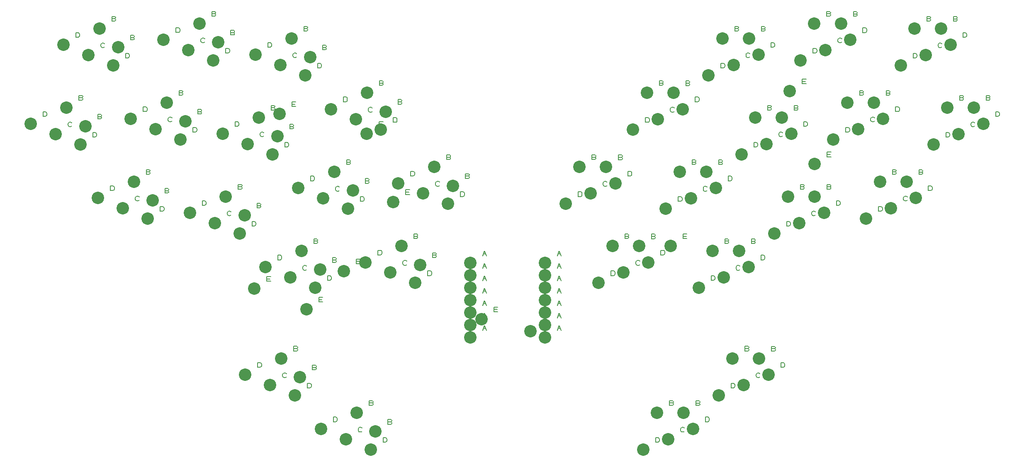
<source format=gbr>
G04 EasyPC Gerber Version 19.0.3 Build 3928 *
G04 #@! TF.Part,Single*
%FSLAX35Y35*%
%MOIN*%
%ADD10C,0.00500*%
G04 #@! TA.AperFunction,ComponentPad*
%ADD24C,0.10000*%
X0Y0D02*
D02*
D10*
X33017Y304960D02*
Y308710D01*
X34893*
X35517Y308398*
X35830Y308085*
X36143Y307460*
Y306210*
X35830Y305585*
X35517Y305273*
X34893Y304960*
X33017*
X56148Y297299D02*
X55835Y296986D01*
X55210Y296674*
X54272*
X53648Y296986*
X53335Y297299*
X53022Y297924*
Y299174*
X53335Y299799*
X53648Y300111*
X54272Y300424*
X55210*
X55835Y300111*
X56148Y299799*
X59383Y368617D02*
Y372367D01*
X61259*
X61883Y372055*
X62196Y371743*
X62509Y371117*
Y369867*
X62196Y369243*
X61883Y368930*
X61259Y368617*
X59383*
X64099Y320009D02*
X64724Y319696D01*
X65037Y319072*
X64724Y318446*
X64099Y318134*
X61911*
Y321884*
X64099*
X64724Y321572*
X65037Y320946*
X64724Y320322*
X64099Y320009*
X61911*
X73028Y288387D02*
Y292137D01*
X74903*
X75528Y291825*
X75840Y291512*
X76153Y290887*
Y289637*
X75840Y289012*
X75528Y288700*
X74903Y288387*
X73028*
X79122Y304837D02*
X79747Y304525D01*
X80059Y303900*
X79747Y303275*
X79122Y302962*
X76934*
Y306712*
X79122*
X79747Y306400*
X80059Y305775*
X79747Y305150*
X79122Y304837*
X76934*
X82514Y360956D02*
X82201Y360643D01*
X81576Y360331*
X80639*
X80014Y360643*
X79701Y360956*
X79389Y361581*
Y362831*
X79701Y363456*
X80014Y363769*
X80639Y364081*
X81576*
X82201Y363769*
X82514Y363456*
X87126Y245264D02*
Y249014D01*
X89002*
X89626Y248702*
X89939Y248389*
X90252Y247764*
Y246514*
X89939Y245889*
X89626Y245577*
X89002Y245264*
X87126*
X90465Y383666D02*
X91090Y383354D01*
X91403Y382729*
X91090Y382104*
X90465Y381791*
X88278*
Y385541*
X90465*
X91090Y385229*
X91403Y384604*
X91090Y383979*
X90465Y383666*
X88278*
X99394Y352044D02*
Y355794D01*
X101269*
X101894Y355482*
X102206Y355169*
X102519Y354544*
Y353294*
X102206Y352669*
X101894Y352357*
X101269Y352044*
X99394*
X105488Y368494D02*
X106113Y368182D01*
X106426Y367557*
X106113Y366932*
X105488Y366619*
X103300*
Y370369*
X105488*
X106113Y370057*
X106426Y369432*
X106113Y368807*
X105488Y368494*
X103300*
X110257Y237603D02*
X109944Y237290D01*
X109319Y236978*
X108381*
X107757Y237290*
X107444Y237603*
X107131Y238228*
Y239478*
X107444Y240103*
X107757Y240415*
X108381Y240728*
X109319*
X109944Y240415*
X110257Y240103*
X113491Y308915D02*
Y312665D01*
X115366*
X115991Y312353*
X116304Y312041*
X116616Y311415*
Y310165*
X116304Y309541*
X115991Y309228*
X115366Y308915*
X113491*
X118208Y260313D02*
X118833Y260000D01*
X119146Y259376*
X118833Y258750*
X118208Y258438*
X116020*
Y262188*
X118208*
X118833Y261876*
X119146Y261250*
X118833Y260626*
X118208Y260313*
X116020*
X127137Y228691D02*
Y232441D01*
X129012*
X129637Y232129*
X129949Y231816*
X130262Y231191*
Y229941*
X129949Y229316*
X129637Y229004*
X129012Y228691*
X127137*
X133231Y245141D02*
X133856Y244829D01*
X134169Y244204*
X133856Y243579*
X133231Y243266*
X131043*
Y247016*
X133231*
X133856Y246704*
X134169Y246079*
X133856Y245454*
X133231Y245141*
X131043*
X136621Y301254D02*
X136309Y300941D01*
X135683Y300629*
X134746*
X134121Y300941*
X133809Y301254*
X133496Y301879*
Y303129*
X133809Y303754*
X134121Y304067*
X134746Y304379*
X135683*
X136309Y304067*
X136621Y303754*
X139859Y372570D02*
Y376320D01*
X141734*
X142359Y376008*
X142672Y375695*
X142984Y375070*
Y373820*
X142672Y373195*
X142359Y372883*
X141734Y372570*
X139859*
X144572Y323964D02*
X145198Y323652D01*
X145510Y323027*
X145198Y322402*
X144572Y322089*
X142385*
Y325839*
X144572*
X145198Y325527*
X145510Y324902*
X145198Y324277*
X144572Y323964*
X142385*
X153501Y292342D02*
Y296092D01*
X155376*
X156001Y295780*
X156314Y295467*
X156626Y294842*
Y293592*
X156314Y292967*
X156001Y292655*
X155376Y292342*
X153501*
X159595Y308793D02*
X160220Y308480D01*
X160533Y307855*
X160220Y307230*
X159595Y306917*
X157408*
Y310667*
X159595*
X160220Y310355*
X160533Y309730*
X160220Y309105*
X159595Y308793*
X157408*
X162989Y364909D02*
X162677Y364596D01*
X162052Y364283*
X161114*
X160489Y364596*
X160177Y364909*
X159864Y365533*
Y366783*
X160177Y367409*
X160489Y367721*
X161114Y368033*
X162052*
X162677Y367721*
X162989Y367409*
X161007Y233306D02*
Y237056D01*
X162882*
X163507Y236744*
X163820Y236431*
X164132Y235806*
Y234556*
X163820Y233931*
X163507Y233619*
X162882Y233306*
X161007*
X170941Y387619D02*
X171566Y387306D01*
X171878Y386681*
X171566Y386056*
X170941Y385744*
X168753*
Y389494*
X170941*
X171566Y389181*
X171878Y388556*
X171566Y387931*
X170941Y387619*
X168753*
X179869Y355997D02*
Y359747D01*
X181744*
X182369Y359435*
X182682Y359122*
X182994Y358497*
Y357247*
X182682Y356622*
X182369Y356309*
X181744Y355997*
X179869*
X184137Y225644D02*
X183825Y225332D01*
X183200Y225019*
X182262*
X181637Y225332*
X181325Y225644*
X181012Y226269*
Y227519*
X181325Y228144*
X181637Y228457*
X182262Y228769*
X183200*
X183825Y228457*
X184137Y228144*
X185963Y372447D02*
X186589Y372135D01*
X186901Y371510*
X186589Y370885*
X185963Y370572*
X183776*
Y374322*
X185963*
X186589Y374010*
X186901Y373385*
X186589Y372760*
X185963Y372447*
X183776*
X187372Y296954D02*
Y300704D01*
X189248*
X189872Y300392*
X190185Y300079*
X190498Y299454*
Y298204*
X190185Y297579*
X189872Y297267*
X189248Y296954*
X187372*
X192089Y248355D02*
X192714Y248042D01*
X193026Y247417*
X192714Y246792*
X192089Y246480*
X189901*
Y250230*
X192089*
X192714Y249917*
X193026Y249292*
X192714Y248667*
X192089Y248355*
X189901*
X201017Y216733D02*
Y220483D01*
X202893*
X203517Y220170*
X203830Y219858*
X204143Y219233*
Y217983*
X203830Y217358*
X203517Y217045*
X202893Y216733*
X201017*
X207111Y233183D02*
X207737Y232870D01*
X208049Y232246*
X207737Y231620*
X207111Y231308*
X204924*
Y235058*
X207111*
X207737Y234746*
X208049Y234120*
X207737Y233496*
X207111Y233183*
X204924*
X205570Y102981D02*
Y106731D01*
X207446*
X208070Y106419*
X208383Y106106*
X208696Y105481*
Y104231*
X208383Y103606*
X208070Y103293*
X207446Y102981*
X205570*
X210503Y289293D02*
X210190Y288980D01*
X209565Y288667*
X208628*
X208003Y288980*
X207690Y289293*
X207378Y289917*
Y291167*
X207690Y291793*
X208003Y292105*
X208628Y292417*
X209565*
X210190Y292105*
X210503Y291793*
X212845Y172275D02*
Y176025D01*
X215970*
X215345Y174150D02*
X212845D01*
Y172275D02*
X215970D01*
X213740Y360611D02*
Y364361D01*
X215615*
X216240Y364048*
X216553Y363736*
X216865Y363111*
Y361861*
X216553Y361236*
X216240Y360923*
X215615Y360611*
X213740*
X218454Y312003D02*
X219079Y311690D01*
X219392Y311065*
X219079Y310440*
X218454Y310128*
X216267*
Y313878*
X218454*
X219079Y313565*
X219392Y312940*
X219079Y312315*
X218454Y312003*
X216267*
X221710Y189520D02*
Y193270D01*
X223585*
X224210Y192957*
X224522Y192645*
X224835Y192020*
Y190770*
X224522Y190145*
X224210Y189832*
X223585Y189520*
X221710*
X228701Y95319D02*
X228388Y95007D01*
X227763Y94694*
X226826*
X226201Y95007*
X225888Y95319*
X225576Y95944*
Y97194*
X225888Y97819*
X226201Y98132*
X226826Y98444*
X227763*
X228388Y98132*
X228701Y97819*
X227383Y280381D02*
Y284131D01*
X229258*
X229883Y283819*
X230195Y283506*
X230508Y282881*
Y281631*
X230195Y281006*
X229883Y280693*
X229258Y280381*
X227383*
X233477Y296831D02*
X234102Y296519D01*
X234415Y295894*
X234102Y295269*
X233477Y294956*
X231289*
Y298706*
X233477*
X234102Y298394*
X234415Y297769*
X234102Y297144*
X233477Y296831*
X231289*
X232964Y312909D02*
Y316659D01*
X236089*
X235464Y314785D02*
X232964D01*
Y312909D02*
X236089D01*
X236870Y352949D02*
X236558Y352637D01*
X235933Y352324*
X234995*
X234370Y352637*
X234058Y352949*
X233745Y353574*
Y354824*
X234058Y355449*
X234370Y355762*
X234995Y356074*
X235933*
X236558Y355762*
X236870Y355449*
X236652Y118030D02*
X237277Y117717D01*
X237590Y117092*
X237277Y116467*
X236652Y116154*
X234465*
Y119904*
X236652*
X237277Y119592*
X237590Y118967*
X237277Y118342*
X236652Y118030*
X234465*
X244840Y181858D02*
X244528Y181546D01*
X243902Y181233*
X242965*
X242340Y181546*
X242028Y181858*
X241715Y182483*
Y183733*
X242028Y184358*
X242340Y184671*
X242965Y184983*
X243902*
X244528Y184671*
X244840Y184358*
X244822Y375659D02*
X245447Y375347D01*
X245759Y374722*
X245447Y374097*
X244822Y373784*
X242634*
Y377534*
X244822*
X245447Y377222*
X245759Y376597*
X245447Y375972*
X244822Y375659*
X242634*
X245581Y86407D02*
Y90157D01*
X247456*
X248081Y89845*
X248393Y89533*
X248706Y88907*
Y87657*
X248393Y87033*
X248081Y86720*
X247456Y86407*
X245581*
X248074Y253172D02*
Y256922D01*
X249949*
X250574Y256609*
X250886Y256297*
X251199Y255672*
Y254422*
X250886Y253797*
X250574Y253484*
X249949Y253172*
X248074*
X251675Y102858D02*
X252300Y102545D01*
X252613Y101920*
X252300Y101295*
X251675Y100983*
X249487*
Y104733*
X251675*
X252300Y104420*
X252613Y103795*
X252300Y103170*
X251675Y102858*
X249487*
X252791Y204569D02*
X253417Y204256D01*
X253729Y203631*
X253417Y203006*
X252791Y202693*
X250604*
Y206443*
X252791*
X253417Y206131*
X253729Y205506*
X253417Y204881*
X252791Y204569*
X250604*
X253750Y344037D02*
Y347787D01*
X255626*
X256250Y347475*
X256563Y347163*
X256876Y346537*
Y345287*
X256563Y344663*
X256250Y344350*
X255626Y344037*
X253750*
X254685Y155642D02*
Y159392D01*
X257810*
X257185Y157517D02*
X254685D01*
Y155642D02*
X257810D01*
X259844Y360488D02*
X260470Y360175D01*
X260782Y359550*
X260470Y358925*
X259844Y358613*
X257657*
Y362363*
X259844*
X260470Y362050*
X260782Y361425*
X260470Y360800*
X259844Y360488*
X257657*
X261720Y172946D02*
Y176696D01*
X263595*
X264220Y176384*
X264533Y176072*
X264845Y175446*
Y174196*
X264533Y173572*
X264220Y173259*
X263595Y172946*
X261720*
X267814Y189397D02*
X268439Y189084D01*
X268752Y188459*
X268439Y187834*
X267814Y187522*
X265627*
Y191272*
X267814*
X268439Y190959*
X268752Y190334*
X268439Y189709*
X267814Y189397*
X265627*
X266265Y59198D02*
Y62948D01*
X268140*
X268765Y62635*
X269078Y62323*
X269390Y61698*
Y60448*
X269078Y59823*
X268765Y59510*
X268140Y59198*
X266265*
X271204Y245510D02*
X270891Y245198D01*
X270266Y244885*
X269329*
X268704Y245198*
X268391Y245510*
X268079Y246135*
Y247385*
X268391Y248010*
X268704Y248323*
X269329Y248635*
X270266*
X270891Y248323*
X271204Y248010*
X274439Y316822D02*
Y320572D01*
X276314*
X276939Y320260*
X277251Y319947*
X277564Y319322*
Y318072*
X277251Y317447*
X276939Y317135*
X276314Y316822*
X274439*
X279155Y268220D02*
X279780Y267908D01*
X280093Y267283*
X279780Y266658*
X279155Y266345*
X276968*
Y270095*
X279155*
X279780Y269783*
X280093Y269158*
X279780Y268533*
X279155Y268220*
X276968*
X284852Y186371D02*
Y190121D01*
X287977*
X287352Y188246D02*
X284852D01*
Y186371D02*
X287977D01*
X289395Y51536D02*
X289083Y51224D01*
X288457Y50911*
X287520*
X286895Y51224*
X286583Y51536*
X286270Y52161*
Y53411*
X286583Y54036*
X286895Y54349*
X287520Y54661*
X288457*
X289083Y54349*
X289395Y54036*
X288084Y236598D02*
Y240348D01*
X289959*
X290584Y240036*
X290896Y239724*
X291209Y239098*
Y237848*
X290896Y237224*
X290584Y236911*
X289959Y236598*
X288084*
X294178Y253049D02*
X294803Y252736D01*
X295116Y252111*
X294803Y251486*
X294178Y251174*
X291991*
Y254924*
X294178*
X294803Y254611*
X295116Y253986*
X294803Y253361*
X294178Y253049*
X291991*
X297569Y309161D02*
X297256Y308848D01*
X296631Y308535*
X295694*
X295069Y308848*
X294756Y309161*
X294444Y309785*
Y311035*
X294756Y311661*
X295069Y311973*
X295694Y312285*
X296631*
X297256Y311973*
X297569Y311661*
X297346Y74246D02*
X297972Y73934D01*
X298284Y73309*
X297972Y72684*
X297346Y72371*
X295159*
Y76121*
X297346*
X297972Y75809*
X298284Y75184*
X297972Y74559*
X297346Y74246*
X295159*
X302176Y193469D02*
Y197219D01*
X304051*
X304676Y196907*
X304989Y196594*
X305301Y195969*
Y194719*
X304989Y194094*
X304676Y193782*
X304051Y193469*
X302176*
X303180Y296955D02*
Y300705D01*
X306305*
X305680Y298830D02*
X303180D01*
Y296955D02*
X306305D01*
X305520Y331871D02*
X306145Y331558D01*
X306458Y330933*
X306145Y330308*
X305520Y329996*
X303333*
Y333746*
X305520*
X306145Y333433*
X306458Y332808*
X306145Y332183*
X305520Y331871*
X303333*
X306275Y42624D02*
Y46374D01*
X308150*
X308775Y46062*
X309088Y45750*
X309400Y45124*
Y43874*
X309088Y43250*
X308775Y42937*
X308150Y42624*
X306275*
X312369Y59075D02*
X312994Y58762D01*
X313307Y58137*
X312994Y57512*
X312369Y57200*
X310182*
Y60950*
X312369*
X312994Y60637*
X313307Y60012*
X312994Y59387*
X312369Y59075*
X310182*
X314449Y300249D02*
Y303999D01*
X316324*
X316949Y303687*
X317261Y303374*
X317574Y302749*
Y301499*
X317261Y300874*
X316949Y300561*
X316324Y300249*
X314449*
X320543Y316699D02*
X321168Y316387D01*
X321481Y315762*
X321168Y315137*
X320543Y314824*
X318356*
Y318574*
X320543*
X321168Y318262*
X321481Y317637*
X321168Y317012*
X320543Y316699*
X318356*
X325306Y185808D02*
X324994Y185495D01*
X324369Y185183*
X323431*
X322806Y185495*
X322494Y185808*
X322181Y186433*
Y187683*
X322494Y188308*
X322806Y188620*
X323431Y188933*
X324369*
X324994Y188620*
X325306Y188308*
X324547Y242159D02*
Y245909D01*
X327672*
X327047Y244034D02*
X324547D01*
Y242159D02*
X327672D01*
X328546Y257125D02*
Y260875D01*
X330422*
X331046Y260563*
X331359Y260250*
X331672Y259625*
Y258375*
X331359Y257750*
X331046Y257437*
X330422Y257125*
X328546*
X333257Y208518D02*
X333883Y208206D01*
X334195Y207581*
X333883Y206956*
X333257Y206643*
X331070*
Y210393*
X333257*
X333883Y210081*
X334195Y209456*
X333883Y208831*
X333257Y208518*
X331070*
X342186Y176896D02*
Y180646D01*
X344061*
X344686Y180334*
X344999Y180021*
X345311Y179396*
Y178146*
X344999Y177521*
X344686Y177209*
X344061Y176896*
X342186*
X348280Y193346D02*
X348906Y193034D01*
X349218Y192409*
X348906Y191784*
X348280Y191471*
X346093*
Y195221*
X348280*
X348906Y194909*
X349218Y194284*
X348906Y193659*
X348280Y193346*
X346093*
X351677Y249463D02*
X351364Y249151D01*
X350739Y248838*
X349802*
X349177Y249151*
X348864Y249463*
X348552Y250088*
Y251338*
X348864Y251963*
X349177Y252276*
X349802Y252588*
X350739*
X351364Y252276*
X351677Y251963*
X359628Y272174D02*
X360253Y271861D01*
X360566Y271236*
X360253Y270611*
X359628Y270298*
X357441*
Y274048*
X359628*
X360253Y273736*
X360566Y273111*
X360253Y272486*
X359628Y272174*
X357441*
X368557Y240552D02*
Y244302D01*
X370432*
X371057Y243989*
X371369Y243677*
X371682Y243052*
Y241802*
X371369Y241177*
X371057Y240864*
X370432Y240552*
X368557*
X374651Y257002D02*
X375276Y256689D01*
X375589Y256065*
X375276Y255439*
X374651Y255127*
X372463*
Y258877*
X374651*
X375276Y258565*
X375589Y257939*
X375276Y257315*
X374651Y257002*
X372463*
X386251Y132856D02*
X387814Y136606D01*
X389376Y132856*
X386876Y134418D02*
X388751D01*
X386251Y142856D02*
X387814Y146606D01*
X389376Y142856*
X386876Y144418D02*
X388751D01*
X386251Y152856D02*
X387814Y156606D01*
X389376Y152856*
X386876Y154418D02*
X388751D01*
X386251Y162856D02*
X387814Y166606D01*
X389376Y162856*
X386876Y164418D02*
X388751D01*
X386251Y172856D02*
X387814Y176606D01*
X389376Y172856*
X386876Y174418D02*
X388751D01*
X386251Y182856D02*
X387814Y186606D01*
X389376Y182856*
X386876Y184418D02*
X388751D01*
X386251Y192856D02*
X387814Y196606D01*
X389376Y192856*
X386876Y194418D02*
X388751D01*
X395433Y147768D02*
Y151518D01*
X398558*
X397933Y149643D02*
X395433D01*
Y147768D02*
X398558D01*
X434803Y137933D02*
Y141683D01*
X437928*
X437303Y139808D02*
X434803D01*
Y137933D02*
X437928D01*
X446251Y132856D02*
X447814Y136606D01*
X449376Y132856*
X446876Y134418D02*
X448751D01*
X446251Y142856D02*
X447814Y146606D01*
X449376Y142856*
X446876Y144418D02*
X448751D01*
X446251Y152856D02*
X447814Y156606D01*
X449376Y152856*
X446876Y154418D02*
X448751D01*
X446251Y162856D02*
X447814Y166606D01*
X449376Y162856*
X446876Y164418D02*
X448751D01*
X446251Y172856D02*
X447814Y176606D01*
X449376Y172856*
X446876Y174418D02*
X448751D01*
X446251Y182856D02*
X447814Y186606D01*
X449376Y182856*
X446876Y184418D02*
X448751D01*
X446251Y192856D02*
X447814Y196606D01*
X449376Y192856*
X446876Y194418D02*
X448751D01*
X463106Y240551D02*
Y244301D01*
X464981*
X465606Y243989*
X465919Y243676*
X466231Y243051*
Y241801*
X465919Y241176*
X465606Y240864*
X464981Y240551*
X463106*
X476409Y272173D02*
X477035Y271861D01*
X477347Y271236*
X477035Y270611*
X476409Y270298*
X474222*
Y274048*
X476409*
X477035Y273736*
X477347Y273111*
X477035Y272486*
X476409Y272173*
X474222*
X486236Y249463D02*
X485924Y249150D01*
X485298Y248838*
X484361*
X483736Y249150*
X483424Y249463*
X483111Y250088*
Y251338*
X483424Y251963*
X483736Y252276*
X484361Y252588*
X485298*
X485924Y252276*
X486236Y251963*
X489473Y176899D02*
Y180649D01*
X491348*
X491973Y180337*
X492286Y180024*
X492598Y179399*
Y178149*
X492286Y177524*
X491973Y177212*
X491348Y176899*
X489473*
X497760Y272068D02*
X498385Y271756D01*
X498698Y271131*
X498385Y270506*
X497760Y270193*
X495572*
Y273943*
X497760*
X498385Y273631*
X498698Y273006*
X498385Y272381*
X497760Y272068*
X495572*
X502777Y208521D02*
X503402Y208209D01*
X503715Y207584*
X503402Y206959*
X502777Y206646*
X500589*
Y210396*
X502777*
X503402Y210084*
X503715Y209459*
X503402Y208834*
X502777Y208521*
X500589*
X503116Y257124D02*
Y260874D01*
X504991*
X505616Y260562*
X505929Y260250*
X506241Y259624*
Y258374*
X505929Y257750*
X505616Y257437*
X504991Y257124*
X503116*
X512604Y185811D02*
X512291Y185498D01*
X511666Y185186*
X510728*
X510104Y185498*
X509791Y185811*
X509478Y186436*
Y187686*
X509791Y188311*
X510104Y188624*
X510728Y188936*
X511666*
X512291Y188624*
X512604Y188311*
X517214Y300249D02*
Y303999D01*
X519089*
X519714Y303687*
X520026Y303374*
X520339Y302749*
Y301499*
X520026Y300874*
X519714Y300561*
X519089Y300249*
X517214*
X524127Y208416D02*
X524752Y208104D01*
X525065Y207479*
X524752Y206854*
X524127Y206541*
X521940*
Y210291*
X524127*
X524752Y209979*
X525065Y209354*
X524752Y208729*
X524127Y208416*
X521940*
X525380Y42625D02*
Y46375D01*
X527256*
X527880Y46063*
X528193Y45750*
X528506Y45125*
Y43875*
X528193Y43250*
X527880Y42937*
X527256Y42625*
X525380*
X530517Y331871D02*
X531143Y331558D01*
X531455Y330933*
X531143Y330308*
X530517Y329996*
X528330*
Y333746*
X530517*
X531143Y333433*
X531455Y332808*
X531143Y332183*
X530517Y331871*
X528330*
X529483Y193472D02*
Y197222D01*
X531359*
X531983Y196910*
X532296Y196598*
X532609Y195972*
Y194722*
X532296Y194098*
X531983Y193785*
X531359Y193472*
X529483*
X538684Y74247D02*
X539309Y73934D01*
X539622Y73309*
X539309Y72684*
X538684Y72372*
X536496*
Y76122*
X538684*
X539309Y75809*
X539622Y75184*
X539309Y74559*
X538684Y74247*
X536496*
X540344Y309161D02*
X540031Y308848D01*
X539406Y308535*
X538469*
X537844Y308848*
X537531Y309161*
X537219Y309785*
Y311035*
X537531Y311661*
X537844Y311973*
X538469Y312285*
X539406*
X540031Y311973*
X540344Y311661*
X543580Y236603D02*
Y240353D01*
X545455*
X546080Y240041*
X546392Y239728*
X546705Y239103*
Y237853*
X546392Y237228*
X546080Y236915*
X545455Y236603*
X543580*
X548511Y51537D02*
X548198Y51224D01*
X547573Y50911*
X546635*
X546011Y51224*
X545698Y51537*
X545385Y52161*
Y53411*
X545698Y54037*
X546011Y54349*
X546635Y54661*
X547573*
X548198Y54349*
X548511Y54037*
X547439Y206594D02*
Y210344D01*
X550564*
X549939Y208470D02*
X547439D01*
Y206594D02*
X550564D01*
X551868Y331766D02*
X552493Y331453D01*
X552806Y330828*
X552493Y330203*
X551868Y329891*
X549680*
Y333641*
X551868*
X552493Y333328*
X552806Y332703*
X552493Y332078*
X551868Y331766*
X549680*
X556883Y268225D02*
X557508Y267912D01*
X557821Y267287*
X557508Y266662*
X556883Y266350*
X554696*
Y270100*
X556883*
X557508Y269787*
X557821Y269162*
X557508Y268537*
X556883Y268225*
X554696*
X557224Y316822D02*
Y320572D01*
X559099*
X559724Y320260*
X560037Y319947*
X560349Y319322*
Y318072*
X560037Y317447*
X559724Y317135*
X559099Y316822*
X557224*
X560034Y74142D02*
X560659Y73829D01*
X560972Y73204*
X560659Y72579*
X560034Y72267*
X557847*
Y76017*
X560034*
X560659Y75704*
X560972Y75079*
X560659Y74454*
X560034Y74142*
X557847*
X566710Y245515D02*
X566397Y245202D01*
X565772Y244889*
X564835*
X564210Y245202*
X563897Y245515*
X563585Y246139*
Y247389*
X563897Y248015*
X564210Y248327*
X564835Y248639*
X565772*
X566397Y248327*
X566710Y248015*
X565391Y59198D02*
Y62948D01*
X567266*
X567891Y62636*
X568203Y62323*
X568516Y61698*
Y60448*
X568203Y59823*
X567891Y59511*
X567266Y59198*
X565391*
X569942Y172947D02*
Y176697D01*
X571817*
X572442Y176385*
X572754Y176072*
X573067Y175447*
Y174197*
X572754Y173572*
X572442Y173259*
X571817Y172947*
X569942*
X578233Y268120D02*
X578859Y267807D01*
X579171Y267182*
X578859Y266557*
X578233Y266244*
X576046*
Y269994*
X578233*
X578859Y269682*
X579171Y269057*
X578859Y268432*
X578233Y268120*
X576046*
X577913Y344035D02*
Y347785D01*
X579788*
X580413Y347473*
X580725Y347161*
X581038Y346535*
Y345285*
X580725Y344661*
X580413Y344348*
X579788Y344035*
X577913*
X583245Y204569D02*
X583870Y204256D01*
X584183Y203631*
X583870Y203006*
X583245Y202694*
X581058*
Y206444*
X583245*
X583870Y206131*
X584183Y205506*
X583870Y204881*
X583245Y204569*
X581058*
X583590Y253176D02*
Y256926D01*
X585465*
X586090Y256614*
X586402Y256301*
X586715Y255676*
Y254426*
X586402Y253801*
X586090Y253489*
X585465Y253176*
X583590*
X586080Y86410D02*
Y90160D01*
X587955*
X588580Y89848*
X588893Y89535*
X589205Y88910*
Y87660*
X588893Y87035*
X588580Y86722*
X587955Y86410*
X586080*
X591216Y375657D02*
X591841Y375345D01*
X592154Y374720*
X591841Y374095*
X591216Y373782*
X589029*
Y377532*
X591216*
X591841Y377220*
X592154Y376595*
X591841Y375970*
X591216Y375657*
X589029*
X593072Y181859D02*
X592759Y181546D01*
X592134Y181233*
X591197*
X590572Y181546*
X590259Y181859*
X589947Y182483*
Y183733*
X590259Y184359*
X590572Y184671*
X591197Y184983*
X592134*
X592759Y184671*
X593072Y184359*
X599383Y118032D02*
X600009Y117719D01*
X600321Y117094*
X600009Y116469*
X599383Y116157*
X597196*
Y119907*
X599383*
X600009Y119594*
X600321Y118969*
X600009Y118344*
X599383Y118032*
X597196*
X601043Y352947D02*
X600730Y352635D01*
X600105Y352322*
X599168*
X598543Y352635*
X598230Y352947*
X597918Y353572*
Y354822*
X598230Y355447*
X598543Y355760*
X599168Y356072*
X600105*
X600730Y355760*
X601043Y355447*
X604596Y204464D02*
X605221Y204151D01*
X605533Y203526*
X605221Y202901*
X604596Y202589*
X602408*
Y206339*
X604596*
X605221Y206026*
X605533Y205401*
X605221Y204776*
X604596Y204464*
X602408*
X604276Y280381D02*
Y284131D01*
X606151*
X606776Y283819*
X607088Y283507*
X607401Y282881*
Y281631*
X607088Y281007*
X606776Y280694*
X606151Y280381*
X604276*
X609210Y95322D02*
X608898Y95009D01*
X608272Y94696*
X607335*
X606710Y95009*
X606398Y95322*
X606085Y95946*
Y97196*
X606398Y97822*
X606710Y98134*
X607335Y98446*
X608272*
X608898Y98134*
X609210Y97822*
X609952Y189520D02*
Y193270D01*
X611827*
X612452Y192958*
X612765Y192645*
X613077Y192020*
Y190770*
X612765Y190145*
X612452Y189833*
X611827Y189520*
X609952*
X612567Y375552D02*
X613192Y375240D01*
X613504Y374615*
X613192Y373990*
X612567Y373677*
X610379*
Y377427*
X612567*
X613192Y377115*
X613504Y376490*
X613192Y375865*
X612567Y375552*
X610379*
X617579Y312004D02*
X618204Y311691D01*
X618517Y311066*
X618204Y310441*
X617579Y310128*
X615392*
Y313878*
X617579*
X618204Y313566*
X618517Y312941*
X618204Y312316*
X617579Y312004*
X615392*
X617923Y360609D02*
Y364359D01*
X619798*
X620423Y364046*
X620735Y363734*
X621048Y363109*
Y361859*
X620735Y361234*
X620423Y360921*
X619798Y360609*
X617923*
X620734Y117927D02*
X621359Y117614D01*
X621672Y116989*
X621359Y116364*
X620734Y116052*
X618546*
Y119802*
X620734*
X621359Y119489*
X621672Y118864*
X621359Y118239*
X620734Y117927*
X618546*
X627406Y289293D02*
X627093Y288981D01*
X626468Y288668*
X625531*
X624906Y288981*
X624593Y289293*
X624281Y289918*
Y291168*
X624593Y291793*
X624906Y292106*
X625531Y292418*
X626468*
X627093Y292106*
X627406Y291793*
X626090Y102983D02*
Y106733D01*
X627965*
X628590Y106421*
X628903Y106108*
X629215Y105483*
Y104233*
X628903Y103608*
X628590Y103296*
X627965Y102983*
X626090*
X630645Y216728D02*
Y220478D01*
X632520*
X633145Y220166*
X633457Y219854*
X633770Y219228*
Y217978*
X633457Y217354*
X633145Y217041*
X632520Y216728*
X630645*
X638930Y311898D02*
X639555Y311586D01*
X639867Y310961*
X639555Y310336*
X638930Y310023*
X636742*
Y313773*
X638930*
X639555Y313461*
X639867Y312836*
X639555Y312211*
X638930Y311898*
X636742*
X643948Y248350D02*
X644574Y248038D01*
X644886Y247413*
X644574Y246788*
X643948Y246475*
X641761*
Y250225*
X643948*
X644574Y249913*
X644886Y249288*
X644574Y248663*
X643948Y248350*
X641761*
X643194Y331342D02*
Y335092D01*
X646320*
X645694Y333217D02*
X643194D01*
Y331342D02*
X646320D01*
X644286Y296955D02*
Y300705D01*
X646161*
X646786Y300393*
X647098Y300080*
X647411Y299455*
Y298205*
X647098Y297580*
X646786Y297267*
X646161Y296955*
X644286*
X653775Y225640D02*
X653463Y225328D01*
X652837Y225015*
X651900*
X651275Y225328*
X650963Y225640*
X650650Y226265*
Y227515*
X650963Y228140*
X651275Y228453*
X651900Y228765*
X652837*
X653463Y228453*
X653775Y228140*
X651796Y355992D02*
Y359742D01*
X653671*
X654296Y359430*
X654608Y359117*
X654921Y358492*
Y357242*
X654608Y356617*
X654296Y356305*
X653671Y355992*
X651796*
X665099Y387614D02*
X665724Y387302D01*
X666037Y386677*
X665724Y386052*
X665099Y385739*
X662912*
Y389489*
X665099*
X665724Y389177*
X666037Y388552*
X665724Y387927*
X665099Y387614*
X662912*
X665299Y248245D02*
X665924Y247933D01*
X666237Y247308*
X665924Y246683*
X665299Y246370*
X663111*
Y250120*
X665299*
X665924Y249808*
X666237Y249183*
X665924Y248558*
X665299Y248245*
X663111*
X663124Y272521D02*
Y276271D01*
X666249*
X665624Y274396D02*
X663124D01*
Y272521D02*
X666249D01*
X670655Y233302D02*
Y237052D01*
X672530*
X673155Y236739*
X673468Y236427*
X673780Y235802*
Y234552*
X673468Y233927*
X673155Y233614*
X672530Y233302*
X670655*
X674926Y364904D02*
X674613Y364591D01*
X673988Y364279*
X673051*
X672426Y364591*
X672113Y364904*
X671801Y365529*
Y366779*
X672113Y367404*
X672426Y367717*
X673051Y368029*
X673988*
X674613Y367717*
X674926Y367404*
X678163Y292339D02*
Y296089D01*
X680038*
X680663Y295776*
X680975Y295464*
X681288Y294839*
Y293589*
X680975Y292964*
X680663Y292651*
X680038Y292339*
X678163*
X686450Y387509D02*
X687075Y387196D01*
X687387Y386572*
X687075Y385946*
X686450Y385634*
X684262*
Y389384*
X686450*
X687075Y389072*
X687387Y388446*
X687075Y387822*
X686450Y387509*
X684262*
X691466Y323961D02*
X692091Y323648D01*
X692404Y323023*
X692091Y322398*
X691466Y322085*
X689279*
Y325835*
X691466*
X692091Y325523*
X692404Y324898*
X692091Y324273*
X691466Y323961*
X689279*
X691806Y372565D02*
Y376315D01*
X693681*
X694306Y376003*
X694619Y375691*
X694931Y375065*
Y373815*
X694619Y373191*
X694306Y372878*
X693681Y372565*
X691806*
X701293Y301250D02*
X700980Y300938D01*
X700355Y300625*
X699418*
X698793Y300938*
X698480Y301250*
X698168Y301875*
Y303125*
X698480Y303750*
X698793Y304063*
X699418Y304375*
X700355*
X700980Y304063*
X701293Y303750*
X704525Y228690D02*
Y232440D01*
X706400*
X707025Y232128*
X707338Y231815*
X707650Y231190*
Y229940*
X707338Y229315*
X707025Y229003*
X706400Y228690*
X704525*
X712817Y323856D02*
X713442Y323543D01*
X713754Y322918*
X713442Y322293*
X712817Y321980*
X710629*
Y325730*
X712817*
X713442Y325418*
X713754Y324793*
X713442Y324168*
X712817Y323856*
X710629*
X717829Y260312D02*
X718454Y260000D01*
X718767Y259375*
X718454Y258750*
X717829Y258437*
X715641*
Y262187*
X717829*
X718454Y261875*
X718767Y261250*
X718454Y260625*
X717829Y260312*
X715641*
X718173Y308912D02*
Y312662D01*
X720048*
X720673Y312350*
X720985Y312037*
X721298Y311412*
Y310162*
X720985Y309537*
X720673Y309224*
X720048Y308912*
X718173*
X727656Y237602D02*
X727343Y237289D01*
X726718Y236977*
X725780*
X725156Y237289*
X724843Y237602*
X724530Y238227*
Y239477*
X724843Y240102*
X725156Y240415*
X725780Y240727*
X726718*
X727343Y240415*
X727656Y240102*
X732265Y352039D02*
Y355789D01*
X734141*
X734765Y355477*
X735078Y355165*
X735391Y354539*
Y353289*
X735078Y352665*
X734765Y352352*
X734141Y352039*
X732265*
X739179Y260207D02*
X739804Y259894D01*
X740117Y259270*
X739804Y258644*
X739179Y258332*
X736992*
Y262082*
X739179*
X739804Y261770*
X740117Y261144*
X739804Y260520*
X739179Y260207*
X736992*
X745569Y383661D02*
X746194Y383349D01*
X746507Y382724*
X746194Y382099*
X745569Y381786*
X743381*
Y385536*
X745569*
X746194Y385224*
X746507Y384599*
X746194Y383974*
X745569Y383661*
X743381*
X744535Y245263D02*
Y249013D01*
X746411*
X747035Y248701*
X747348Y248389*
X747661Y247763*
Y246513*
X747348Y245889*
X747035Y245576*
X746411Y245263*
X744535*
X755396Y360951D02*
X755083Y360639D01*
X754458Y360326*
X753520*
X752896Y360639*
X752583Y360951*
X752270Y361576*
Y362826*
X752583Y363451*
X752896Y363764*
X753520Y364076*
X754458*
X755083Y363764*
X755396Y363451*
X758633Y288391D02*
Y292141D01*
X760509*
X761133Y291828*
X761446Y291516*
X761759Y290891*
Y289641*
X761446Y289016*
X761133Y288703*
X760509Y288391*
X758633*
X766919Y383556D02*
X767544Y383244D01*
X767857Y382619*
X767544Y381994*
X766919Y381681*
X764732*
Y385431*
X766919*
X767544Y385119*
X767857Y384494*
X767544Y383869*
X766919Y383556*
X764732*
X771937Y320013D02*
X772562Y319700D01*
X772875Y319075*
X772562Y318450*
X771937Y318137*
X769750*
Y321887*
X771937*
X772562Y321575*
X772875Y320950*
X772562Y320325*
X771937Y320013*
X769750*
X772276Y368613D02*
Y372363D01*
X774151*
X774776Y372050*
X775088Y371738*
X775401Y371113*
Y369863*
X775088Y369238*
X774776Y368925*
X774151Y368613*
X772276*
X781764Y297302D02*
X781451Y296990D01*
X780826Y296677*
X779889*
X779264Y296990*
X778951Y297302*
X778639Y297927*
Y299177*
X778951Y299802*
X779264Y300115*
X779889Y300427*
X780826*
X781451Y300115*
X781764Y299802*
X793287Y319907D02*
X793913Y319595D01*
X794225Y318970*
X793913Y318345*
X793287Y318032*
X791100*
Y321782*
X793287*
X793913Y321470*
X794225Y320845*
X793913Y320220*
X793287Y319907*
X791100*
X798644Y304964D02*
Y308714D01*
X800519*
X801144Y308402*
X801456Y308089*
X801769Y307464*
Y306214*
X801456Y305589*
X801144Y305276*
X800519Y304964*
X798644*
D02*
D24*
X23017Y299023D03*
X43022Y290736D03*
X49383Y362680D03*
X51911Y312196D03*
X63028Y282450D03*
X66934Y297025D03*
X69389Y354393D03*
X77126Y239327D03*
X78278Y375854D03*
X89394Y346107D03*
X93300Y360682D03*
X97131Y231040D03*
X103491Y302978D03*
X106020Y252500D03*
X117137Y222754D03*
X121043Y237329D03*
X123496Y294691D03*
X129859Y366633D03*
X132385Y316152D03*
X143501Y286405D03*
X147408Y300980D03*
X149864Y358346D03*
X151007Y227369D03*
X158753Y379806D03*
X169869Y350059D03*
X171012Y219082D03*
X173776Y364635D03*
X177372Y291017D03*
X179901Y240542D03*
X191017Y210795D03*
X194924Y225370D03*
X195570Y97043D03*
X197378Y282730D03*
X202845Y166338D03*
X203740Y354673D03*
X206267Y304190D03*
X211710Y183582D03*
X215576Y88757D03*
X217383Y274443D03*
X221289Y289019D03*
X222964Y306972D03*
X223745Y346387D03*
X224465Y110217D03*
X231715Y175296D03*
X232634Y367847D03*
X235581Y80470D03*
X238074Y247234D03*
X239487Y95045D03*
X240604Y196756D03*
X243750Y338100D03*
X244685Y149705D03*
X247657Y352675D03*
X251720Y167009D03*
X255627Y181584D03*
X256265Y53260D03*
X258079Y238948D03*
X264439Y310885D03*
X266968Y260408D03*
X274852Y180433D03*
X276270Y44974D03*
X278084Y230661D03*
X281991Y245236D03*
X284444Y302598D03*
X285159Y66434D03*
X292176Y187532D03*
X293180Y291018D03*
X293333Y324058D03*
X296275Y36687D03*
X300182Y51262D03*
X304449Y294311D03*
X308356Y308887D03*
X312181Y179245D03*
X314547Y236222D03*
X318546Y251187D03*
X321070Y200706D03*
X332186Y170959D03*
X336093Y185534D03*
X338552Y242901D03*
X347441Y264361D03*
X358557Y234614D03*
X362463Y249189D03*
X376251Y126918D03*
Y136918D03*
Y146918D03*
Y156918D03*
Y166918D03*
Y176918D03*
Y186918D03*
X385433Y141831D03*
X424803Y131996D03*
X436251Y126918D03*
Y136918D03*
Y146918D03*
Y156918D03*
Y166918D03*
Y176918D03*
Y186918D03*
X453106Y234614D03*
X464222Y264361D03*
X473111Y242900D03*
X479473Y170962D03*
X485572Y264256D03*
X490589Y200709D03*
X493116Y251187D03*
X499478Y179248D03*
X507214Y294311D03*
X511940Y200604D03*
X515380Y36687D03*
X518330Y324058D03*
X519483Y187535D03*
X526496Y66434D03*
X527219Y302598D03*
X533580Y230665D03*
X535385Y44974D03*
X537439Y200657D03*
X539680Y323953D03*
X544696Y260412D03*
X547224Y310885D03*
X547847Y66329D03*
X553585Y238952D03*
X555391Y53261D03*
X559942Y167009D03*
X566046Y260307D03*
X567913Y338098D03*
X571058Y196756D03*
X573590Y247239D03*
X576080Y80472D03*
X579029Y367845D03*
X579947Y175296D03*
X587196Y110219D03*
X587918Y346385D03*
X592408Y196651D03*
X594276Y274444D03*
X596085Y88759D03*
X599952Y183583D03*
X600379Y367740D03*
X605392Y304191D03*
X607923Y354671D03*
X608546Y110114D03*
X614281Y282731D03*
X616090Y97046D03*
X620645Y210791D03*
X626742Y304086D03*
X631761Y240538D03*
X633194Y325405D03*
X634286Y291017D03*
X640650Y219078D03*
X641796Y350055D03*
X652912Y379802D03*
X653111Y240433D03*
X653124Y266583D03*
X660655Y227364D03*
X661801Y358341D03*
X668163Y286401D03*
X674262Y379696D03*
X679279Y316148D03*
X681806Y366628D03*
X688168Y294688D03*
X694525Y222753D03*
X700629Y316043D03*
X705641Y252500D03*
X708173Y302974D03*
X714530Y231039D03*
X722265Y346102D03*
X726992Y252394D03*
X733381Y375849D03*
X734535Y239326D03*
X742270Y354389D03*
X748633Y282453D03*
X754732Y375744D03*
X759750Y312200D03*
X762276Y362675D03*
X768639Y290740D03*
X781100Y312095D03*
X788644Y299026D03*
X0Y0D02*
M02*

</source>
